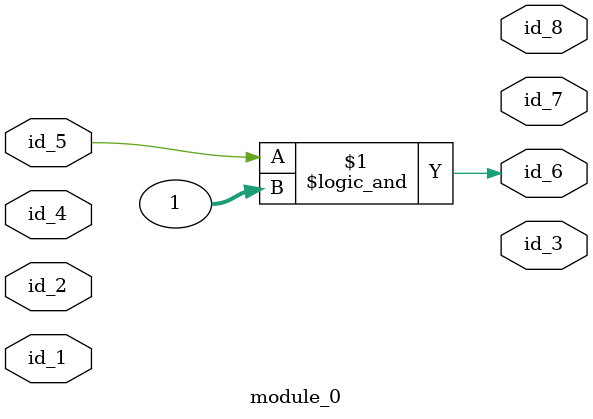
<source format=v>
module module_0 (
    id_1,
    id_2,
    id_3,
    id_4,
    id_5,
    id_6,
    id_7,
    id_8
);
  output id_8;
  output id_7;
  output id_6;
  inout id_5;
  input id_4;
  output id_3;
  input id_2;
  inout id_1;
  assign id_6 = id_5 && 1;
endmodule

</source>
